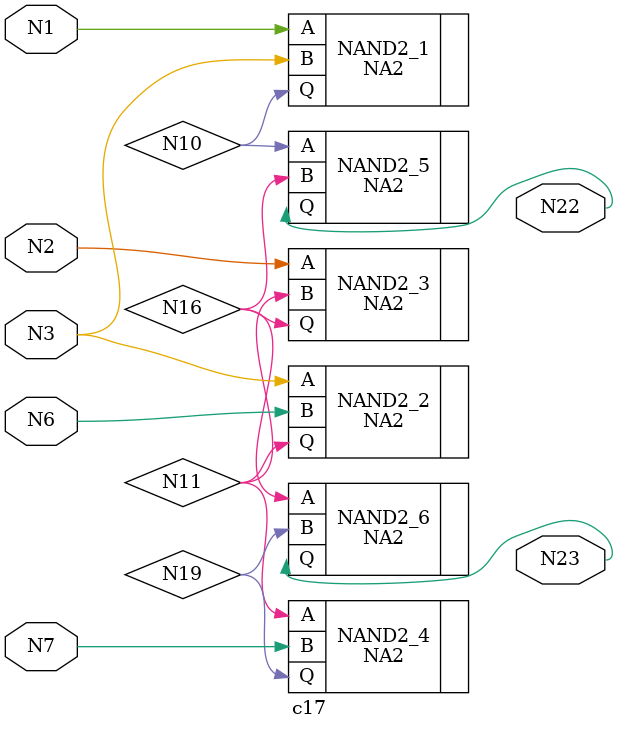
<source format=v>
 
module c17 (N1,N2,N3,N6,N7,N22,N23); 
 
input N1,N2,N3,N6,N7; 
 
output N22,N23; 
 
wire N10,N11,N16,N19; 
  NA2 NAND2_1  (  .Q(N10), .A(N1), .B(N3) ); 
  NA2 NAND2_2  (  .Q(N11), .A(N3), .B(N6) ); 
  NA2 NAND2_3  (  .Q(N16), .A(N2), .B(N11) ); 
  NA2 NAND2_4  (  .Q(N19), .A(N11), .B(N7) ); 
  NA2 NAND2_5  (  .Q(N22), .A(N10), .B(N16) ); 
  NA2 NAND2_6  (  .Q(N23), .A(N16), .B(N19) ); 
endmodule 

</source>
